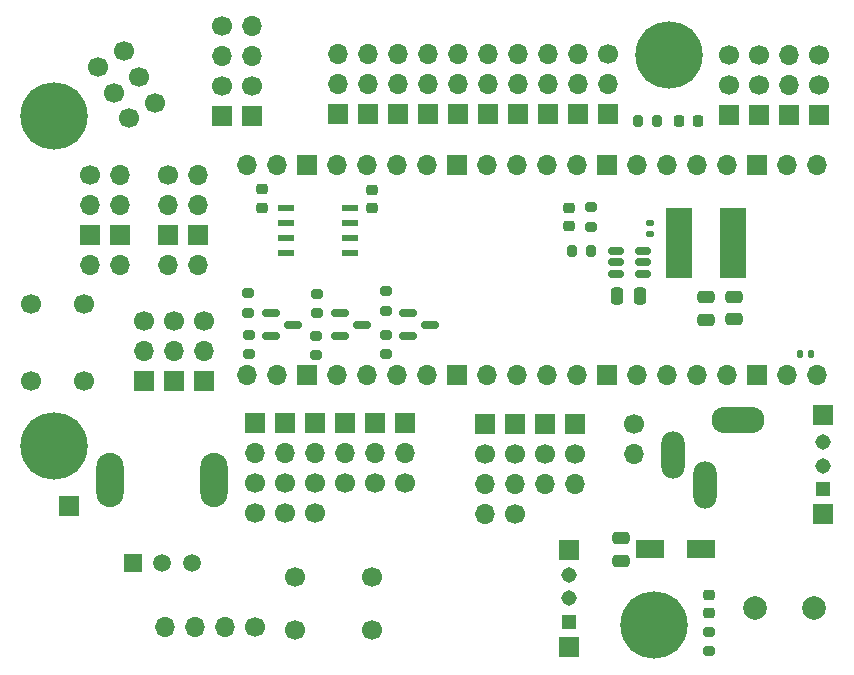
<source format=gbr>
%TF.GenerationSoftware,KiCad,Pcbnew,7.0.1-0*%
%TF.CreationDate,2023-05-05T03:57:04-04:00*%
%TF.ProjectId,rcc-pico,7263632d-7069-4636-9f2e-6b696361645f,rev?*%
%TF.SameCoordinates,Original*%
%TF.FileFunction,Soldermask,Top*%
%TF.FilePolarity,Negative*%
%FSLAX46Y46*%
G04 Gerber Fmt 4.6, Leading zero omitted, Abs format (unit mm)*
G04 Created by KiCad (PCBNEW 7.0.1-0) date 2023-05-05 03:57:04*
%MOMM*%
%LPD*%
G01*
G04 APERTURE LIST*
G04 Aperture macros list*
%AMRoundRect*
0 Rectangle with rounded corners*
0 $1 Rounding radius*
0 $2 $3 $4 $5 $6 $7 $8 $9 X,Y pos of 4 corners*
0 Add a 4 corners polygon primitive as box body*
4,1,4,$2,$3,$4,$5,$6,$7,$8,$9,$2,$3,0*
0 Add four circle primitives for the rounded corners*
1,1,$1+$1,$2,$3*
1,1,$1+$1,$4,$5*
1,1,$1+$1,$6,$7*
1,1,$1+$1,$8,$9*
0 Add four rect primitives between the rounded corners*
20,1,$1+$1,$2,$3,$4,$5,0*
20,1,$1+$1,$4,$5,$6,$7,0*
20,1,$1+$1,$6,$7,$8,$9,0*
20,1,$1+$1,$8,$9,$2,$3,0*%
%AMHorizOval*
0 Thick line with rounded ends*
0 $1 width*
0 $2 $3 position (X,Y) of the first rounded end (center of the circle)*
0 $4 $5 position (X,Y) of the second rounded end (center of the circle)*
0 Add line between two ends*
20,1,$1,$2,$3,$4,$5,0*
0 Add two circle primitives to create the rounded ends*
1,1,$1,$2,$3*
1,1,$1,$4,$5*%
G04 Aperture macros list end*
%ADD10R,1.508000X1.508000*%
%ADD11C,1.508000*%
%ADD12O,2.300000X4.600000*%
%ADD13O,2.000000X4.000000*%
%ADD14O,4.500000X2.250000*%
%ADD15C,1.700000*%
%ADD16O,1.700000X1.700000*%
%ADD17R,2.330000X1.560000*%
%ADD18RoundRect,0.150000X-0.512500X-0.150000X0.512500X-0.150000X0.512500X0.150000X-0.512500X0.150000X0*%
%ADD19C,2.000000*%
%ADD20C,5.700000*%
%ADD21RoundRect,0.200000X0.275000X-0.200000X0.275000X0.200000X-0.275000X0.200000X-0.275000X-0.200000X0*%
%ADD22R,1.700000X1.700000*%
%ADD23RoundRect,0.150000X-0.587500X-0.150000X0.587500X-0.150000X0.587500X0.150000X-0.587500X0.150000X0*%
%ADD24RoundRect,0.218750X-0.218750X-0.256250X0.218750X-0.256250X0.218750X0.256250X-0.218750X0.256250X0*%
%ADD25RoundRect,0.250000X-0.475000X0.250000X-0.475000X-0.250000X0.475000X-0.250000X0.475000X0.250000X0*%
%ADD26RoundRect,0.225000X0.250000X-0.225000X0.250000X0.225000X-0.250000X0.225000X-0.250000X-0.225000X0*%
%ADD27R,1.460500X0.558800*%
%ADD28RoundRect,0.200000X-0.275000X0.200000X-0.275000X-0.200000X0.275000X-0.200000X0.275000X0.200000X0*%
%ADD29RoundRect,0.250000X0.475000X-0.250000X0.475000X0.250000X-0.475000X0.250000X-0.475000X-0.250000X0*%
%ADD30RoundRect,0.200000X0.200000X0.275000X-0.200000X0.275000X-0.200000X-0.275000X0.200000X-0.275000X0*%
%ADD31R,1.308000X1.308000*%
%ADD32C,1.308000*%
%ADD33R,1.800000X1.800000*%
%ADD34RoundRect,0.140000X0.170000X-0.140000X0.170000X0.140000X-0.170000X0.140000X-0.170000X-0.140000X0*%
%ADD35RoundRect,0.140000X0.140000X0.170000X-0.140000X0.170000X-0.140000X-0.170000X0.140000X-0.170000X0*%
%ADD36HorizOval,1.700000X0.000000X0.000000X0.000000X0.000000X0*%
%ADD37RoundRect,0.250000X-0.250000X-0.475000X0.250000X-0.475000X0.250000X0.475000X-0.250000X0.475000X0*%
%ADD38R,2.225000X5.950000*%
%ADD39RoundRect,0.218750X0.256250X-0.218750X0.256250X0.218750X-0.256250X0.218750X-0.256250X-0.218750X0*%
G04 APERTURE END LIST*
D10*
%TO.C,R11*%
X86425000Y-75775000D03*
D11*
X88925000Y-75775000D03*
X91425000Y-75775000D03*
D12*
X84525000Y-68775000D03*
X93325000Y-68775000D03*
%TD*%
D13*
%TO.C,J3*%
X134900000Y-69225000D03*
X132200000Y-66625000D03*
D14*
X137700000Y-63675000D03*
%TD*%
D15*
%TO.C,J16*%
X128875000Y-64062500D03*
D16*
X128875000Y-66602500D03*
%TD*%
D17*
%TO.C,D3*%
X130272500Y-74650000D03*
X134552500Y-74650000D03*
%TD*%
D18*
%TO.C,U1*%
X127362500Y-49400000D03*
X127362500Y-50350000D03*
X127362500Y-51300000D03*
X129637500Y-51300000D03*
X129637500Y-50350000D03*
X129637500Y-49400000D03*
%TD*%
D19*
%TO.C,J8*%
X139125000Y-79625000D03*
X144125000Y-79625000D03*
%TD*%
D20*
%TO.C,H4*%
X131825000Y-32800000D03*
%TD*%
D21*
%TO.C,R1*%
X125250000Y-47350000D03*
X125250000Y-45700000D03*
%TD*%
D22*
%TO.C,J17*%
X96790000Y-63962500D03*
X99330000Y-63962500D03*
X101870000Y-63962500D03*
D16*
X96790000Y-66502500D03*
X99330000Y-66502500D03*
X101870000Y-66502500D03*
D15*
X96790000Y-69042500D03*
X99330000Y-69042500D03*
X101870000Y-69042500D03*
X96790000Y-71582500D03*
X99330000Y-71582500D03*
X101870000Y-71582500D03*
D22*
X104410000Y-63962500D03*
X106950000Y-63962500D03*
X109490000Y-63962500D03*
D16*
X104410000Y-66502500D03*
X106950000Y-66502500D03*
X109490000Y-66502500D03*
D15*
X104410000Y-69042500D03*
X106950000Y-69042500D03*
X109490000Y-69042500D03*
%TD*%
D22*
%TO.C,TP1*%
X81075000Y-70950000D03*
%TD*%
D23*
%TO.C,Q3*%
X98112500Y-54675000D03*
X98112500Y-56575000D03*
X99987500Y-55625000D03*
%TD*%
D24*
%TO.C,D1*%
X132687500Y-38350000D03*
X134262500Y-38350000D03*
%TD*%
D15*
%TO.C,J5*%
X144550000Y-32810000D03*
D16*
X142010000Y-32810000D03*
D15*
X139470000Y-32810000D03*
X136930000Y-32810000D03*
X144550000Y-35350000D03*
D16*
X142010000Y-35350000D03*
D15*
X139470000Y-35350000D03*
X136930000Y-35350000D03*
D22*
X144550000Y-37890000D03*
X142010000Y-37890000D03*
X139470000Y-37890000D03*
X136930000Y-37890000D03*
%TD*%
D25*
%TO.C,C2*%
X137335000Y-53275000D03*
X137335000Y-55175000D03*
%TD*%
D15*
%TO.C,SW1*%
X100175000Y-76950000D03*
X106675000Y-76950000D03*
X100175000Y-81450000D03*
X106675000Y-81450000D03*
%TD*%
D26*
%TO.C,C9*%
X106690125Y-45747500D03*
X106690125Y-44197500D03*
%TD*%
D15*
%TO.C,SW2*%
X82320000Y-53860000D03*
X82320000Y-60360000D03*
X77820000Y-53860000D03*
X77820000Y-60360000D03*
%TD*%
%TO.C,J4*%
X118775000Y-71662500D03*
D16*
X116235000Y-71662500D03*
X118775000Y-69122500D03*
X116235000Y-69122500D03*
D15*
X118775000Y-66582500D03*
X116235000Y-66582500D03*
D22*
X118775000Y-64042500D03*
X116235000Y-64042500D03*
X121315000Y-64042500D03*
X123855000Y-64042500D03*
D15*
X121315000Y-66582500D03*
X123855000Y-66582500D03*
D16*
X121315000Y-69122500D03*
X123855000Y-69122500D03*
%TD*%
D27*
%TO.C,U2*%
X99390975Y-45772500D03*
X99390975Y-47042500D03*
X99390975Y-48312500D03*
X99390975Y-49582500D03*
X104839275Y-49582500D03*
X104839275Y-48312500D03*
X104839275Y-47042500D03*
X104839275Y-45772500D03*
%TD*%
D28*
%TO.C,R4*%
X135250000Y-81637500D03*
X135250000Y-83287500D03*
%TD*%
D21*
%TO.C,R6*%
X107880000Y-54445000D03*
X107880000Y-52795000D03*
%TD*%
D20*
%TO.C,H3*%
X130550000Y-81075000D03*
%TD*%
D29*
%TO.C,C5*%
X127775000Y-73700000D03*
X127775000Y-75600000D03*
%TD*%
D30*
%TO.C,R2*%
X125275000Y-49400000D03*
X123625000Y-49400000D03*
%TD*%
D21*
%TO.C,R10*%
X96230000Y-54635000D03*
X96230000Y-52985000D03*
%TD*%
%TO.C,R8*%
X102010000Y-54655000D03*
X102010000Y-53005000D03*
%TD*%
D23*
%TO.C,Q1*%
X109712500Y-54662500D03*
X109712500Y-56562500D03*
X111587500Y-55612500D03*
%TD*%
D15*
%TO.C,J12*%
X89460000Y-42955000D03*
D16*
X92000000Y-42955000D03*
X89460000Y-45495000D03*
X92000000Y-45495000D03*
D22*
X89460000Y-48035000D03*
X92000000Y-48035000D03*
D16*
X89460000Y-50575000D03*
X92000000Y-50575000D03*
%TD*%
D31*
%TO.C,SW-on/off1*%
X144875000Y-69550000D03*
D32*
X144875000Y-67550000D03*
X144875000Y-65550000D03*
D33*
X144875000Y-71650000D03*
X144875000Y-63250000D03*
%TD*%
D20*
%TO.C,H2*%
X79775000Y-37950000D03*
%TD*%
D34*
%TO.C,C1*%
X130250000Y-47980000D03*
X130250000Y-47020000D03*
%TD*%
D35*
%TO.C,C7*%
X143905000Y-58125000D03*
X142945000Y-58125000D03*
%TD*%
D20*
%TO.C,H1*%
X79800000Y-65925000D03*
%TD*%
D15*
%TO.C,J11*%
X82820000Y-42950000D03*
D16*
X85360000Y-42950000D03*
X82820000Y-45490000D03*
X85360000Y-45490000D03*
D22*
X82820000Y-48030000D03*
X85360000Y-48030000D03*
D16*
X82820000Y-50570000D03*
X85360000Y-50570000D03*
%TD*%
D21*
%TO.C,R7*%
X102000000Y-58215000D03*
X102000000Y-56565000D03*
%TD*%
D30*
%TO.C,R3*%
X130850000Y-38350000D03*
X129200000Y-38350000D03*
%TD*%
D15*
%TO.C,J14*%
X88319157Y-36820651D03*
D36*
X86148832Y-38140230D03*
X86999578Y-34650326D03*
X84829253Y-35969904D03*
X85680000Y-32480000D03*
X83509674Y-33799579D03*
%TD*%
D37*
%TO.C,C4*%
X127450000Y-53225000D03*
X129350000Y-53225000D03*
%TD*%
D23*
%TO.C,Q2*%
X103962500Y-54675000D03*
X103962500Y-56575000D03*
X105837500Y-55625000D03*
%TD*%
D22*
%TO.C,J13*%
X92440000Y-60420000D03*
X89900000Y-60420000D03*
X87360000Y-60420000D03*
D16*
X92440000Y-57880000D03*
X89900000Y-57880000D03*
X87360000Y-57880000D03*
D15*
X92440000Y-55340000D03*
X89900000Y-55340000D03*
X87360000Y-55340000D03*
%TD*%
D21*
%TO.C,R9*%
X96250000Y-58125000D03*
X96250000Y-56475000D03*
%TD*%
D15*
%TO.C,J1*%
X96800000Y-81190000D03*
D16*
X94260000Y-81190000D03*
X91720000Y-81190000D03*
X89180000Y-81190000D03*
%TD*%
D38*
%TO.C,L1*%
X132675000Y-48675000D03*
X137275000Y-48675000D03*
%TD*%
D26*
%TO.C,C6*%
X123375000Y-47300000D03*
X123375000Y-45750000D03*
%TD*%
D25*
%TO.C,C3*%
X135000000Y-53300000D03*
X135000000Y-55200000D03*
%TD*%
D39*
%TO.C,D2*%
X135250000Y-80050000D03*
X135250000Y-78475000D03*
%TD*%
D16*
%TO.C,U3*%
X144370000Y-59880000D03*
X141830000Y-59880000D03*
D22*
X139290000Y-59880000D03*
D16*
X136750000Y-59880000D03*
X134210000Y-59880000D03*
X131670000Y-59880000D03*
X129130000Y-59880000D03*
D22*
X126590000Y-59880000D03*
D16*
X124050000Y-59880000D03*
X121510000Y-59880000D03*
X118970000Y-59880000D03*
X116430000Y-59880000D03*
D22*
X113890000Y-59880000D03*
D16*
X111350000Y-59880000D03*
X108810000Y-59880000D03*
X106270000Y-59880000D03*
X103730000Y-59880000D03*
D22*
X101190000Y-59880000D03*
D16*
X98650000Y-59880000D03*
X96110000Y-59880000D03*
X96110000Y-42100000D03*
X98650000Y-42100000D03*
D22*
X101190000Y-42100000D03*
D16*
X103730000Y-42100000D03*
X106270000Y-42100000D03*
X108810000Y-42100000D03*
X111350000Y-42100000D03*
D22*
X113890000Y-42100000D03*
D16*
X116430000Y-42100000D03*
X118970000Y-42100000D03*
X121510000Y-42100000D03*
X124050000Y-42100000D03*
D22*
X126590000Y-42100000D03*
D16*
X129130000Y-42100000D03*
X131670000Y-42100000D03*
X134210000Y-42100000D03*
X136750000Y-42100000D03*
D22*
X139290000Y-42100000D03*
D16*
X141830000Y-42100000D03*
X144370000Y-42100000D03*
%TD*%
D15*
%TO.C,J10*%
X93985000Y-30345000D03*
D16*
X96525000Y-30345000D03*
X93985000Y-32885000D03*
X96525000Y-32885000D03*
D15*
X93985000Y-35425000D03*
X96525000Y-35425000D03*
D22*
X93985000Y-37965000D03*
X96525000Y-37965000D03*
%TD*%
D26*
%TO.C,C8*%
X97425000Y-45725000D03*
X97425000Y-44175000D03*
%TD*%
D15*
%TO.C,J7*%
X126720000Y-32710000D03*
D16*
X124180000Y-32710000D03*
X121640000Y-32710000D03*
X119100000Y-32710000D03*
X116560000Y-32710000D03*
X114020000Y-32710000D03*
X111480000Y-32710000D03*
X108940000Y-32710000D03*
X106400000Y-32710000D03*
X103860000Y-32710000D03*
X126720000Y-35250000D03*
X124180000Y-35250000D03*
X121640000Y-35250000D03*
X119100000Y-35250000D03*
X116560000Y-35250000D03*
X114020000Y-35250000D03*
X111480000Y-35250000D03*
X108940000Y-35250000D03*
X106400000Y-35250000D03*
X103860000Y-35250000D03*
D22*
X126710000Y-37790000D03*
X124170000Y-37790000D03*
X121630000Y-37790000D03*
X119090000Y-37790000D03*
X116550000Y-37790000D03*
X114010000Y-37790000D03*
X111470000Y-37790000D03*
X108930000Y-37790000D03*
X106390000Y-37790000D03*
X103850000Y-37790000D03*
%TD*%
D31*
%TO.C,SW-on/off2*%
X123375000Y-80800000D03*
D32*
X123375000Y-78800000D03*
X123375000Y-76800000D03*
D33*
X123375000Y-82900000D03*
X123375000Y-74700000D03*
%TD*%
D21*
%TO.C,R5*%
X107850000Y-58135000D03*
X107850000Y-56485000D03*
%TD*%
M02*

</source>
